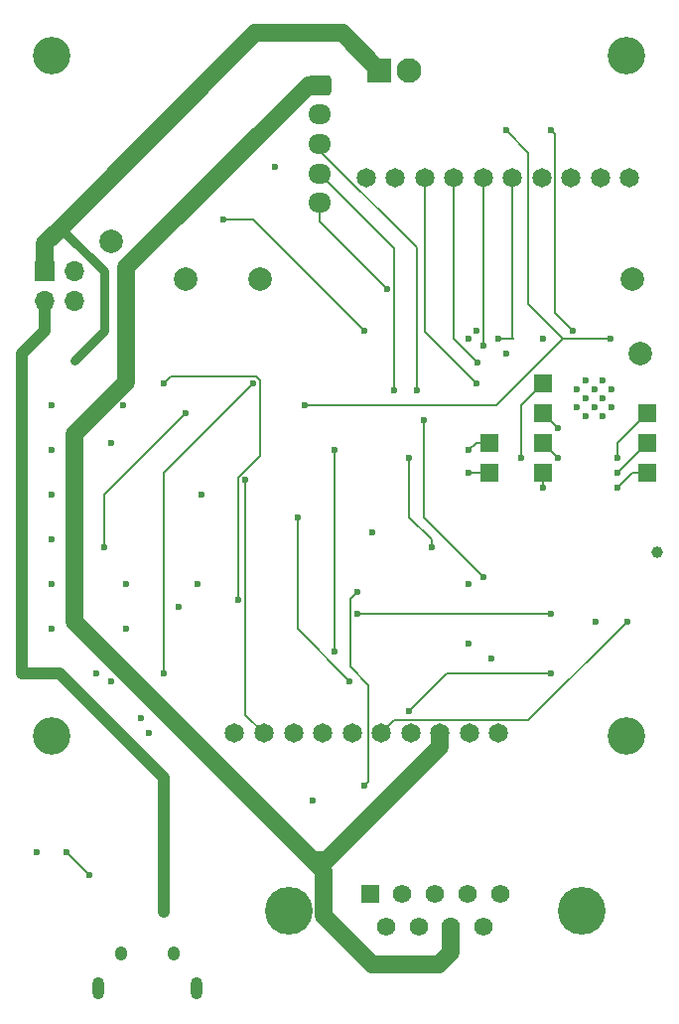
<source format=gbl>
%TF.GenerationSoftware,KiCad,Pcbnew,8.0.5*%
%TF.CreationDate,2024-11-16T16:01:40-06:00*%
%TF.ProjectId,ControllerPCB,436f6e74-726f-46c6-9c65-725043422e6b,rev?*%
%TF.SameCoordinates,Original*%
%TF.FileFunction,Copper,L4,Bot*%
%TF.FilePolarity,Positive*%
%FSLAX46Y46*%
G04 Gerber Fmt 4.6, Leading zero omitted, Abs format (unit mm)*
G04 Created by KiCad (PCBNEW 8.0.5) date 2024-11-16 16:01:40*
%MOMM*%
%LPD*%
G01*
G04 APERTURE LIST*
G04 Aperture macros list*
%AMRoundRect*
0 Rectangle with rounded corners*
0 $1 Rounding radius*
0 $2 $3 $4 $5 $6 $7 $8 $9 X,Y pos of 4 corners*
0 Add a 4 corners polygon primitive as box body*
4,1,4,$2,$3,$4,$5,$6,$7,$8,$9,$2,$3,0*
0 Add four circle primitives for the rounded corners*
1,1,$1+$1,$2,$3*
1,1,$1+$1,$4,$5*
1,1,$1+$1,$6,$7*
1,1,$1+$1,$8,$9*
0 Add four rect primitives between the rounded corners*
20,1,$1+$1,$2,$3,$4,$5,0*
20,1,$1+$1,$4,$5,$6,$7,0*
20,1,$1+$1,$6,$7,$8,$9,0*
20,1,$1+$1,$8,$9,$2,$3,0*%
G04 Aperture macros list end*
%TA.AperFunction,ComponentPad*%
%ADD10O,1.000000X1.900000*%
%TD*%
%TA.AperFunction,ComponentPad*%
%ADD11O,1.050000X1.250000*%
%TD*%
%TA.AperFunction,SMDPad,CuDef*%
%ADD12R,1.500000X1.500000*%
%TD*%
%TA.AperFunction,ComponentPad*%
%ADD13R,1.700000X1.700000*%
%TD*%
%TA.AperFunction,ComponentPad*%
%ADD14O,1.700000X1.700000*%
%TD*%
%TA.AperFunction,ComponentPad*%
%ADD15C,1.651000*%
%TD*%
%TA.AperFunction,WasherPad*%
%ADD16C,3.200000*%
%TD*%
%TA.AperFunction,ComponentPad*%
%ADD17C,0.600000*%
%TD*%
%TA.AperFunction,ComponentPad*%
%ADD18C,4.066000*%
%TD*%
%TA.AperFunction,ComponentPad*%
%ADD19C,1.575000*%
%TD*%
%TA.AperFunction,ComponentPad*%
%ADD20R,1.575000X1.575000*%
%TD*%
%TA.AperFunction,ComponentPad*%
%ADD21RoundRect,0.250000X-0.725000X0.600000X-0.725000X-0.600000X0.725000X-0.600000X0.725000X0.600000X0*%
%TD*%
%TA.AperFunction,ComponentPad*%
%ADD22O,1.950000X1.700000*%
%TD*%
%TA.AperFunction,ComponentPad*%
%ADD23R,2.100000X2.100000*%
%TD*%
%TA.AperFunction,ComponentPad*%
%ADD24C,2.100000*%
%TD*%
%TA.AperFunction,ViaPad*%
%ADD25C,0.600000*%
%TD*%
%TA.AperFunction,ViaPad*%
%ADD26C,1.000000*%
%TD*%
%TA.AperFunction,ViaPad*%
%ADD27C,2.000000*%
%TD*%
%TA.AperFunction,Conductor*%
%ADD28C,1.500000*%
%TD*%
%TA.AperFunction,Conductor*%
%ADD29C,0.200000*%
%TD*%
%TA.AperFunction,Conductor*%
%ADD30C,1.000000*%
%TD*%
%TA.AperFunction,Conductor*%
%ADD31C,0.800000*%
%TD*%
G04 APERTURE END LIST*
D10*
X36226643Y-129842442D03*
D11*
X38176643Y-126842442D03*
X42626643Y-126842442D03*
D10*
X44576643Y-129842442D03*
D12*
X69551239Y-85876037D03*
X69551239Y-83336037D03*
X83041239Y-80796037D03*
X74151239Y-80796037D03*
X74151239Y-83336037D03*
X74151239Y-85876037D03*
X83041239Y-85876037D03*
D13*
X31626239Y-68711037D03*
D14*
X31626239Y-71251037D03*
X34166239Y-68711037D03*
X34166239Y-71251037D03*
D15*
X81531239Y-60773237D03*
X79031239Y-60773237D03*
X76531239Y-60773237D03*
X74031239Y-60773237D03*
X71531239Y-60773237D03*
X69031239Y-60773237D03*
X66531239Y-60773237D03*
X64031239Y-60773237D03*
X61531239Y-60773237D03*
X59031239Y-60773237D03*
D12*
X83041239Y-83336037D03*
D15*
X70341239Y-108101037D03*
X67841239Y-108101037D03*
X65341239Y-108101037D03*
X62841239Y-108101037D03*
X60341239Y-108101037D03*
X57841239Y-108101037D03*
X55341239Y-108101037D03*
X52841239Y-108101037D03*
X50341239Y-108101037D03*
X47841239Y-108101037D03*
D16*
X32241239Y-50316037D03*
D17*
X79245239Y-78037637D03*
X77745239Y-78037637D03*
X79995239Y-78787637D03*
X78495239Y-78787637D03*
X76995239Y-78787637D03*
X79245239Y-79537637D03*
X77745239Y-79537637D03*
X79995239Y-80287637D03*
X78495239Y-80287637D03*
X76995239Y-80287637D03*
X79245239Y-81037637D03*
X77745239Y-81037637D03*
D18*
X52421239Y-123191037D03*
X77411239Y-123191037D03*
D19*
X69071239Y-124611037D03*
X66301239Y-124611037D03*
X63531239Y-124611037D03*
X60761239Y-124611037D03*
X70456239Y-121771037D03*
X67686239Y-121771037D03*
X64916239Y-121771037D03*
X62146239Y-121771037D03*
D20*
X59376239Y-121771037D03*
D16*
X81241239Y-108316037D03*
D21*
X55101239Y-52856037D03*
D22*
X55101239Y-55356037D03*
X55101239Y-57856037D03*
X55101239Y-60356037D03*
X55101239Y-62856037D03*
D12*
X74151239Y-78256037D03*
D23*
X60181239Y-51586037D03*
D24*
X62721239Y-51586037D03*
D16*
X81241239Y-50316037D03*
X32241239Y-108316037D03*
D25*
X54466239Y-113816037D03*
X74151239Y-74446037D03*
X59546239Y-90956037D03*
X70976239Y-75716037D03*
X37321239Y-103656037D03*
X48151239Y-96712064D03*
X41766239Y-78256037D03*
X41766239Y-103021037D03*
X49386239Y-78256037D03*
X69706239Y-101751037D03*
X58276239Y-96036037D03*
X78596239Y-98576037D03*
X74786239Y-97941037D03*
X58276239Y-97941037D03*
X51291239Y-59841037D03*
X37321239Y-83336037D03*
X33511239Y-118261037D03*
X35416239Y-120166037D03*
X39861239Y-106831037D03*
X68431239Y-73811037D03*
X40496239Y-108101037D03*
X67801239Y-74446037D03*
X60851239Y-70179564D03*
X61451239Y-78891037D03*
D26*
X83859979Y-92623591D03*
D25*
X72246239Y-84606037D03*
X74786239Y-56666037D03*
X76691239Y-73811037D03*
X58911239Y-112546037D03*
X62721239Y-84606037D03*
X64626239Y-92226037D03*
X63991239Y-81431037D03*
X69071239Y-94766037D03*
X63356239Y-78891037D03*
X46846239Y-64286037D03*
X58911239Y-73811037D03*
X74786239Y-103021037D03*
X62721239Y-106196037D03*
X81305239Y-98576037D03*
X56371239Y-83971037D03*
X56371239Y-101116037D03*
X57641239Y-103656037D03*
X53196239Y-89686037D03*
X48751239Y-86511037D03*
X43671239Y-80796037D03*
X36686239Y-92226037D03*
X34146239Y-98576037D03*
X67801239Y-95401037D03*
X67801239Y-100481037D03*
X70976239Y-56666037D03*
D27*
X82406239Y-75716037D03*
X81771239Y-69366037D03*
D25*
X79866239Y-74446037D03*
X53831239Y-80161037D03*
X67801239Y-85876037D03*
X67801239Y-83971037D03*
X41766239Y-123341037D03*
D27*
X37321239Y-66191037D03*
X43671239Y-69366037D03*
X50021239Y-69366037D03*
D25*
X68436239Y-78256037D03*
X68543004Y-76457802D03*
X69071239Y-75081037D03*
X70341239Y-74446037D03*
X30991239Y-118261037D03*
X38591239Y-99211037D03*
X38591239Y-95401037D03*
X44978739Y-87781037D03*
X34146239Y-76351037D03*
X38358739Y-80161037D03*
X43036239Y-97306037D03*
X44708739Y-95401037D03*
X36051239Y-103021037D03*
X32241239Y-80161037D03*
X32241239Y-83971037D03*
X32241239Y-99211037D03*
X32241239Y-95401037D03*
X32241239Y-91591037D03*
X32241239Y-87781037D03*
X75421239Y-82066037D03*
X75421239Y-84606037D03*
X74151239Y-87146037D03*
X80501239Y-84606037D03*
X80501239Y-85876037D03*
X80501239Y-87146037D03*
D28*
X59546239Y-127786037D02*
X65261239Y-127786037D01*
X54466239Y-118896037D02*
X55404239Y-119834037D01*
X55404239Y-123644037D02*
X59546239Y-127786037D01*
X66301239Y-126746037D02*
X66301239Y-124611037D01*
X55404239Y-119834037D02*
X55404239Y-123644037D01*
X65261239Y-127786037D02*
X66301239Y-126746037D01*
D29*
X49634768Y-77656037D02*
X49986239Y-78007508D01*
X42366239Y-77656037D02*
X49634768Y-77656037D01*
X41766239Y-78256037D02*
X42366239Y-77656037D01*
X49986239Y-84427508D02*
X48151239Y-86262508D01*
X48151239Y-86262508D02*
X48151239Y-96712064D01*
X49986239Y-78007508D02*
X49986239Y-84427508D01*
X49386239Y-78256037D02*
X41766239Y-85876037D01*
X41766239Y-85876037D02*
X41766239Y-103021037D01*
X57676239Y-102421037D02*
X59215739Y-103960537D01*
X59215739Y-103960537D02*
X59215739Y-112241537D01*
X59215739Y-112241537D02*
X58911239Y-112546037D01*
X58276239Y-96036037D02*
X57676239Y-96636037D01*
X57676239Y-96636037D02*
X57676239Y-102421037D01*
X58276239Y-97941037D02*
X74786239Y-97941037D01*
X35416239Y-120166037D02*
X33511239Y-118261037D01*
X55101239Y-64429564D02*
X60851239Y-70179564D01*
X55101239Y-62856037D02*
X55101239Y-64429564D01*
X61451239Y-66706037D02*
X61451239Y-78891037D01*
X55101239Y-60356037D02*
X61451239Y-66706037D01*
X83041239Y-85876037D02*
X81771239Y-85876037D01*
X81771239Y-85876037D02*
X80501239Y-87146037D01*
X83041239Y-83336037D02*
X80501239Y-85876037D01*
X83041239Y-80796037D02*
X80501239Y-83336037D01*
X80501239Y-83336037D02*
X80501239Y-84606037D01*
X74151239Y-78256037D02*
X72246239Y-80161037D01*
X72246239Y-80161037D02*
X72246239Y-84606037D01*
X74151239Y-85876037D02*
X74151239Y-87146037D01*
X74151239Y-83336037D02*
X75421239Y-84606037D01*
X74151239Y-80796037D02*
X75421239Y-82066037D01*
X75156739Y-57036537D02*
X74786239Y-56666037D01*
X76691239Y-73811037D02*
X75156739Y-72276537D01*
X75156739Y-72276537D02*
X75156739Y-57036537D01*
X64626239Y-92226037D02*
X64626239Y-91591037D01*
X64626239Y-91591037D02*
X62721239Y-89686037D01*
X62721239Y-89686037D02*
X62721239Y-84606037D01*
X63991239Y-81431037D02*
X63991239Y-89686037D01*
X63991239Y-89686037D02*
X69071239Y-94766037D01*
X63356239Y-78891037D02*
X63356239Y-66689935D01*
X63356239Y-66689935D02*
X55101239Y-58434935D01*
X55101239Y-58434935D02*
X55101239Y-57856037D01*
X58911239Y-73811037D02*
X49386239Y-64286037D01*
X49386239Y-64286037D02*
X46846239Y-64286037D01*
X62721239Y-106196037D02*
X65896239Y-103021037D01*
X65896239Y-103021037D02*
X74786239Y-103021037D01*
X60341239Y-108101037D02*
X61466739Y-106975537D01*
X72905739Y-106975537D02*
X81305239Y-98576037D01*
X61466739Y-106975537D02*
X72905739Y-106975537D01*
X56371239Y-101116037D02*
X56371239Y-83971037D01*
X57641239Y-103656037D02*
X53196239Y-99211037D01*
X53196239Y-99211037D02*
X53196239Y-89686037D01*
X48751239Y-106511037D02*
X50341239Y-108101037D01*
X48751239Y-86511037D02*
X48751239Y-106511037D01*
X36686239Y-92226037D02*
X36686239Y-87781037D01*
X36686239Y-87781037D02*
X43671239Y-80796037D01*
D28*
X34146239Y-98576037D02*
X54466239Y-118896037D01*
X55101239Y-52856037D02*
X54126239Y-52856037D01*
X54126239Y-52856037D02*
X38591239Y-68391037D01*
X34146239Y-82605770D02*
X34146239Y-98576037D01*
X38591239Y-68391037D02*
X38591239Y-78160770D01*
X38591239Y-78160770D02*
X34146239Y-82605770D01*
X54466239Y-118896037D02*
X55713672Y-118896037D01*
X55713672Y-118896037D02*
X65341239Y-109268470D01*
X65341239Y-109268470D02*
X65341239Y-108101037D01*
X60181239Y-51586037D02*
X57006239Y-48411037D01*
X49576239Y-48411037D02*
X32971239Y-65016037D01*
X57006239Y-48411037D02*
X49576239Y-48411037D01*
D29*
X72905739Y-71490537D02*
X72905739Y-58595537D01*
X72905739Y-58595537D02*
X70976239Y-56666037D01*
X75861239Y-74446037D02*
X72905739Y-71490537D01*
X70146239Y-80161037D02*
X75861239Y-74446037D01*
X53831239Y-80161037D02*
X70146239Y-80161037D01*
X75861239Y-74446037D02*
X79866239Y-74446037D01*
X67801239Y-85876037D02*
X69551239Y-85876037D01*
X68436239Y-83336037D02*
X69551239Y-83336037D01*
X67801239Y-83971037D02*
X68436239Y-83336037D01*
D30*
X41766239Y-111911037D02*
X41766239Y-123341037D01*
X29701239Y-103021037D02*
X32876239Y-103021037D01*
X32876239Y-103021037D02*
X34146239Y-104291037D01*
X34146239Y-104291037D02*
X41766239Y-111911037D01*
X31626239Y-73791037D02*
X29701239Y-75716037D01*
X29701239Y-75716037D02*
X29701239Y-103021037D01*
X31626239Y-71251037D02*
X31626239Y-73791037D01*
D28*
X32971239Y-65016037D02*
X31626239Y-66361037D01*
D31*
X34146239Y-76351037D02*
X36686239Y-73811037D01*
X36686239Y-73811037D02*
X36686239Y-68731037D01*
X36686239Y-68731037D02*
X32971239Y-65016037D01*
D28*
X31626239Y-66361037D02*
X31626239Y-68711037D01*
D29*
X64031239Y-73851037D02*
X68436239Y-78256037D01*
X64031239Y-60773237D02*
X64031239Y-73851037D01*
X66531239Y-74446037D02*
X68543004Y-76457802D01*
X66531239Y-60773237D02*
X66531239Y-74446037D01*
X69031239Y-75041037D02*
X69071239Y-75081037D01*
X69031239Y-60773237D02*
X69031239Y-75041037D01*
X70341239Y-74446037D02*
X71611239Y-74446037D01*
X71611239Y-74446037D02*
X71531239Y-74366037D01*
X71531239Y-74366037D02*
X71531239Y-60773237D01*
M02*

</source>
